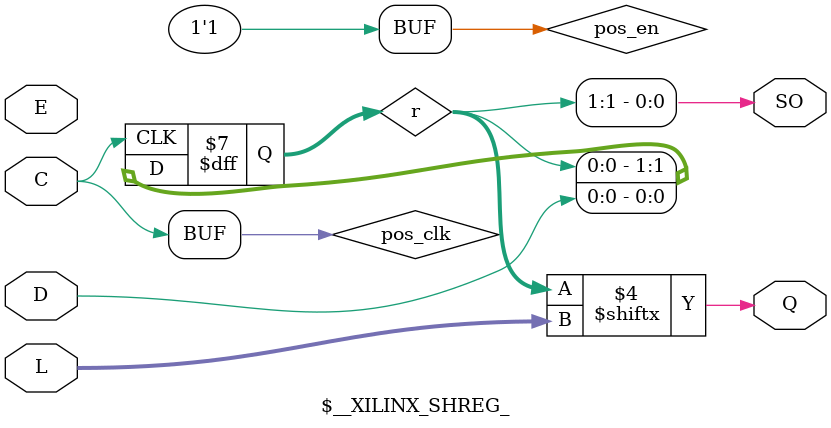
<source format=v>
module \$__XILINX_SHREG_ (input C, input D, input [31:0] L, input E, output Q, output SO);
  parameter DEPTH = 2;
  parameter [DEPTH-1:0] INIT = 0;
  parameter CLKPOL = 1;
  parameter ENPOL = 2;

  wire pos_clk = C == CLKPOL;
  reg pos_en;
  always @(E)
    if (ENPOL == 2) pos_en = 1'b1;
    else pos_en = (E == ENPOL[0]);

  reg [DEPTH-1:0] r;
  always @(posedge pos_clk)
    if (pos_en)
      r <= {r[DEPTH-2:0], D};

  assign Q = r[L];
  assign SO = r[DEPTH-1];
endmodule

</source>
